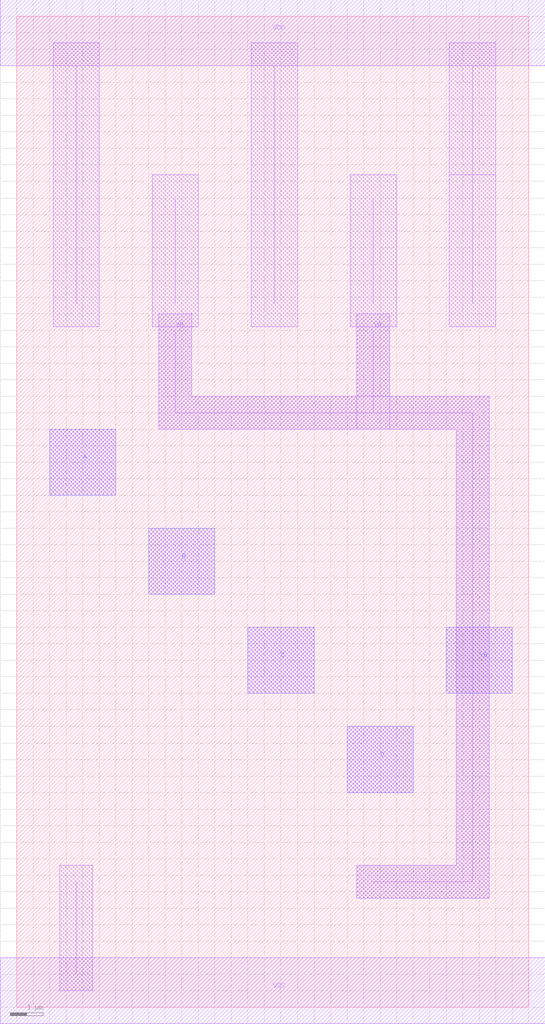
<source format=lef>
VERSION 5.5 ;
NAMESCASESENSITIVE ON ;
BUSBITCHARS "[]" ;
DIVIDERCHAR "/" ;

MACRO na41
  CLASS CORE ;
  SOURCE USER ;
  ORIGIN 0 0 ;
  SIZE 15.500 BY 30.000 ;
  SYMMETRY X Y ;
  SITE unit ;
 
  PIN A
    USE SIGNAL ;
    PORT
      LAYER ML2 ;
        POLYGON 1.000 15.500  1.000 17.500  3.000 17.500  3.000 15.500  1.000 
        15.500  ;
    END
    PORT
      LAYER ML1 ;
        POLYGON 1.000 15.500  1.000 17.500  3.000 17.500  3.000 15.500  1.000 
        15.500  ;
    END
  END A
  PIN B
    USE SIGNAL ;
    PORT
      LAYER ML2 ;
        POLYGON 4.000 12.500  4.000 14.500  6.000 14.500  6.000 12.500  4.000 
        12.500  ;
    END
    PORT
      LAYER ML1 ;
        POLYGON 4.000 12.500  4.000 14.500  6.000 14.500  6.000 12.500  4.000 
        12.500  ;
    END
  END B
  PIN C
    USE SIGNAL ;
    PORT
      LAYER ML2 ;
        POLYGON 7.000 9.500  7.000 11.500  9.000 11.500  9.000 9.500  7.000 
        9.500  ;
    END
    PORT
      LAYER ML1 ;
        POLYGON 7.000 9.500  7.000 11.500  9.000 11.500  9.000 9.500  7.000 
        9.500  ;
    END
  END C
  PIN D
    USE SIGNAL ;
    PORT
      LAYER ML2 ;
        POLYGON 10.000 6.500  10.000 8.500  12.000 8.500  12.000 6.500  10.000 
        6.500  ;
    END
    PORT
      LAYER ML1 ;
        POLYGON 10.000 6.500  10.000 8.500  12.000 8.500  12.000 6.500  10.000 
        6.500  ;
    END
  END D
  PIN VDD
    USE POWER ;
    PORT
      LAYER ML1 ;
        RECT -0.500 28.500  16.000 30.500  ;
    END
  END VDD
  PIN VSS
    USE GROUND ;
    PORT
      LAYER ML1 ;
        RECT -0.500 -0.500  16.000 1.500  ;
    END
  END VSS
  PIN YB
    USE SIGNAL ;
    PORT
      LAYER ML1 ;
        POLYGON 13.000 9.500  13.000 11.500  15.000 11.500  15.000 9.500  
        13.000 9.500  ;
    END
    PORT
      LAYER ML2 ;
        POLYGON 13.000 9.500  13.000 11.500  15.000 11.500  15.000 9.500  
        13.000 9.500  ;
    END
    PORT
      LAYER ML1 ;
        WIDTH 1.000  ;
        PATH 10.800 20.500 10.800 18.000  ;
    END
    PORT
      LAYER ML1 ;
        WIDTH 1.000  ;
        PATH 4.800 20.500 4.800 18.000 13.800 18.000 13.800 3.800 10.800 3.800 
         ;
    END
  END YB
  OBS

    LAYER ML1 ;
      WIDTH 1.400  ;
      PATH 1.800 21.300 1.800 28.500  ;
      WIDTH 1.000  ;
      PATH 1.800 1.000 1.800 3.800  ;
      WIDTH 1.400  ;
      PATH 4.800 21.300 4.800 24.500  ;

      WIDTH 1.400  ;
      PATH 7.800 21.300 7.800 28.500  ;
      WIDTH 1.000  ;
      PATH 4.800 20.500 4.800 18.000 13.800 18.000 13.800 3.800 10.800 3.800 
       ;
      WIDTH 1.000  ;
      PATH 10.800 20.500 10.800 18.000  ;
      WIDTH 1.400  ;
      PATH 10.800 21.300 10.800 24.500  ;
      WIDTH 1.400  ;
      PATH 13.800 21.300 13.800 28.500  ;
      WIDTH 1.400  ;
      PATH 13.800 21.300 13.800 24.500  ;

    VIA 1.800 22.500  dcont ;
    VIA 1.800 20.500  dcont ;
    VIA 1.800 3.800  dcont ;
    VIA 1.800 24.500  dcont ;
    VIA 4.800 22.500  dcont ;
    VIA 4.800 20.500  dcont ;
    VIA 4.800 24.500  dcont ;
    VIA 7.800 24.500  dcont ;
    VIA 7.800 22.500  dcont ;
    VIA 7.800 20.500  dcont ;
    VIA 10.800 3.800  dcont ;
    VIA 10.800 20.500  dcont ;
    VIA 10.800 22.500  dcont ;
    VIA 10.800 24.500  dcont ;
    VIA 13.800 24.500  dcont ;
    VIA 13.800 22.500  dcont ;
    VIA 13.800 20.500  dcont ;
    VIA 11.000 7.500  pcont ;
    VIA 8.000 10.500  pcont ;
    VIA 5.500 29.500  nsubcont ;
    VIA 5.000 13.500  pcont ;
    VIA 2.000 16.500  pcont ;
    VIA 5.000 0.500  psubcont ;
  END
END na41

MACRO dcont
  CLASS CORE ;
  OBS
    LAYER ML1 ;
      RECT -1.000 -1.000  1.000 1.000  ;
  END
END dcont

MACRO pcont
  CLASS CORE ;
  OBS
    LAYER ML1 ;
      RECT -1.000 -1.000  1.000 1.000  ;
  END
END pcont

MACRO nsubcont
  CLASS CORE ;
  OBS
    LAYER ML1 ;
      RECT -1.000 -1.000  1.000 1.000  ;
  END
END nsubcont

MACRO psubcont
  CLASS CORE ;
  OBS
    LAYER ML1 ;
      RECT -1.000 -1.000  1.000 1.000  ;
  END
END psubcont


END LIBRARY

</source>
